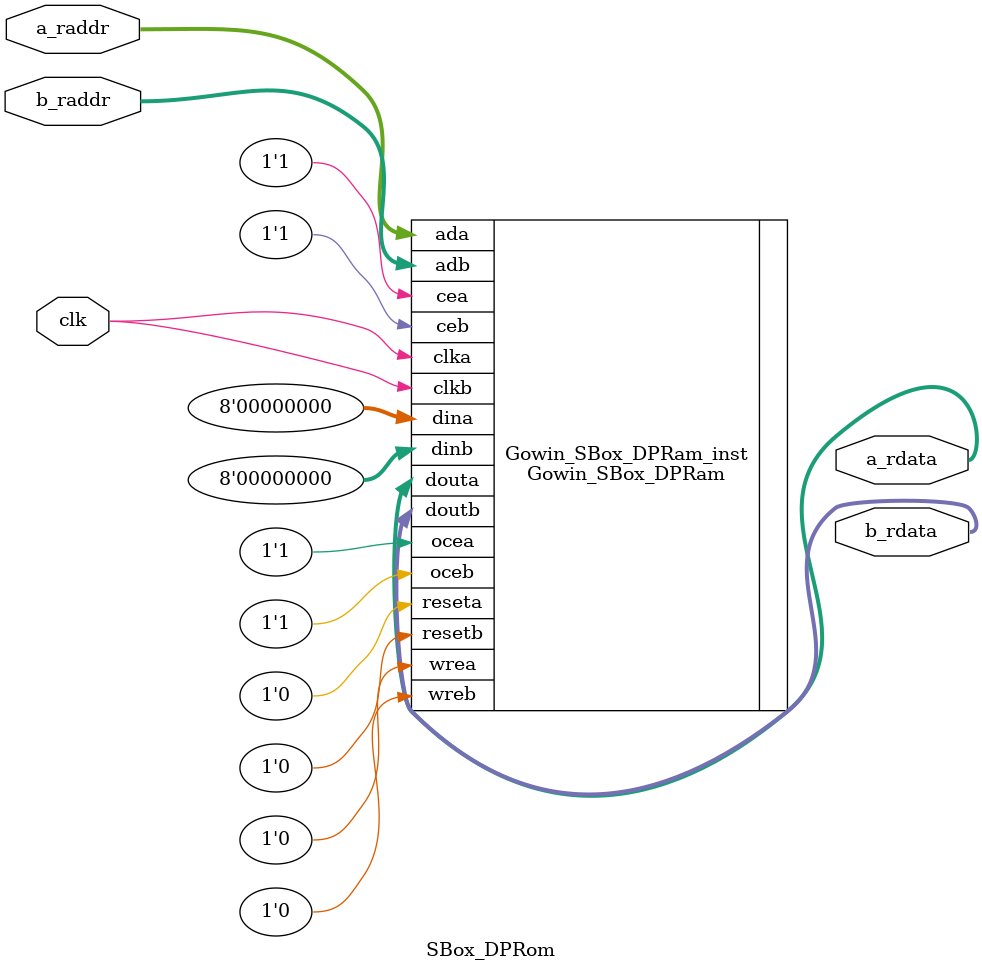
<source format=v>
module SBox_DPRom #(
    parameter ReadMode = 1'b0
)(
    input wire clk,

    input  wire [9-1:0] a_raddr,
    output wire [8-1:0] a_rdata,

    input  wire [9-1:0] b_raddr,
    output wire [8-1:0] b_rdata
);

  Gowin_SBox_DPRam #(
      .ReadMode(ReadMode)
  )Gowin_SBox_DPRam_inst(
      .douta(a_rdata),
      .doutb(b_rdata),
      .clka(clk),
      .ocea(1'b1),
      .cea(1'b1),
      .reseta(1'b0),
      .wrea(1'b0),
      .clkb(clk),
      .oceb(1'b1),
      .ceb(1'b1),
      .resetb(1'b0),
      .wreb(1'b0),
      .ada(a_raddr),
      .dina(8'h00),
      .adb(b_raddr),
      .dinb(8'h00)
  );

endmodule  //SBox_DPRom

</source>
